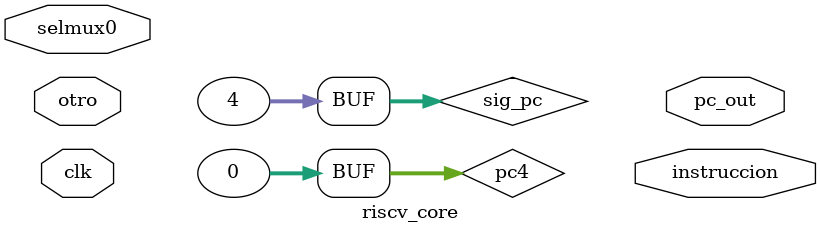
<source format=v>
`timescale 1ns / 1ps

module riscv_core(
    input clk,
    input [31:0] otro, //direccion de pc para branch 
    input selmux0,// selector para mux0
    output [31:0] instruccion,
    output [31:0] pc_out
    );
    wire [31:0] sig_pc=4;
    wire [31:0] pc4=0;
    
endmodule

</source>
